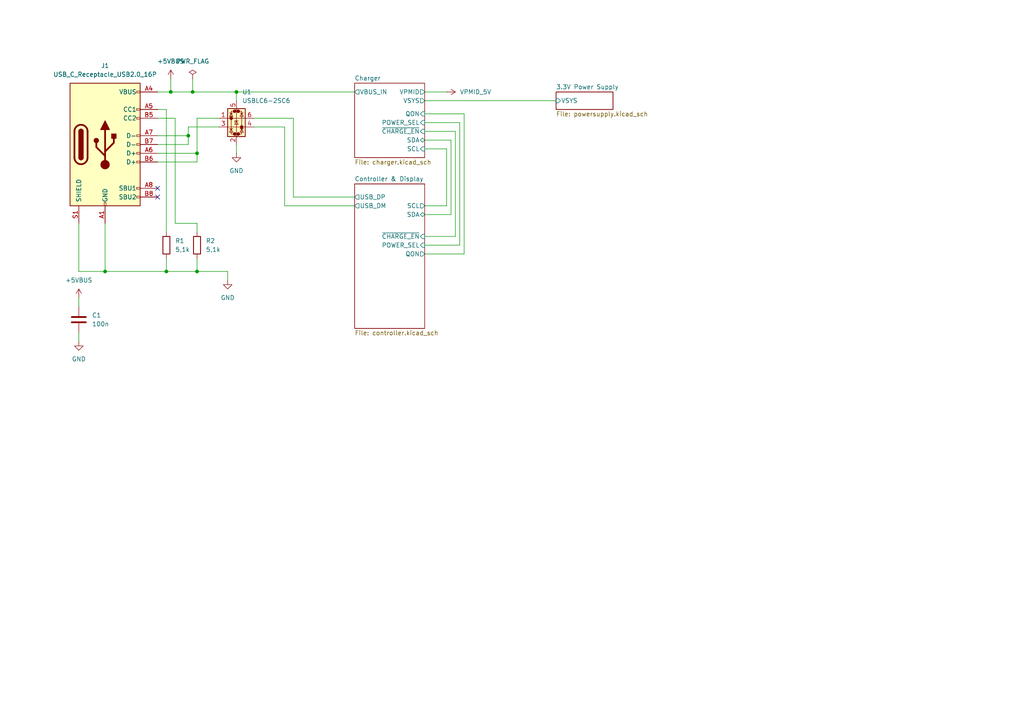
<source format=kicad_sch>
(kicad_sch (version 20231120) (generator "eeschema") (generator_version "8.0")
  (paper "A4")
  (lib_symbols
    (symbol "Connector:USB_C_Receptacle_USB2.0_16P" (pin_names (offset 1.016))
      (property "Reference" "J" (at 0 22.225 0))
      (property "Value" "USB_C_Receptacle_USB2.0_16P" (at 0 19.685 0))
      (symbol "USB_C_Receptacle_USB2.0_16P_0_0"
        (rectangle (start -0.254 -17.78) (end 0.254 -16.764))
        (rectangle (start 10.16 -14.986) (end 9.144 -15.494))
        (rectangle (start 10.16 -12.446) (end 9.144 -12.954))
        (rectangle (start 10.16 -4.826) (end 9.144 -5.334))
        (rectangle (start 10.16 -2.286) (end 9.144 -2.794))
        (rectangle (start 10.16 0.254) (end 9.144 -0.254))
        (rectangle (start 10.16 2.794) (end 9.144 2.286))
        (rectangle (start 10.16 7.874) (end 9.144 7.366))
        (rectangle (start 10.16 10.414) (end 9.144 9.906))
        (rectangle (start 10.16 15.494) (end 9.144 14.986))
      )
      (symbol "USB_C_Receptacle_USB2.0_16P_0_1"
        (rectangle (start -10.16 17.78) (end 10.16 -17.78) (stroke (width 0.254)) (fill (type background)))
        (arc (start -8.89 -3.81) (mid -6.985 -5.7067) (end -5.08 -3.81) (stroke (width 0.508)))
        (arc (start -7.62 -3.81) (mid -6.985 -4.4423) (end -6.35 -3.81) (stroke (width 0.254)))
        (arc (start -7.62 -3.81) (mid -6.985 -4.4423) (end -6.35 -3.81) (stroke (width 0.254)) (fill (type outline)))
        (rectangle (start -7.62 -3.81) (end -6.35 3.81) (stroke (width 0.254)) (fill (type outline)))
        (arc (start -6.35 3.81) (mid -6.985 4.4423) (end -7.62 3.81) (stroke (width 0.254)))
        (arc (start -6.35 3.81) (mid -6.985 4.4423) (end -7.62 3.81) (stroke (width 0.254)) (fill (type outline)))
        (arc (start -5.08 3.81) (mid -6.985 5.7067) (end -8.89 3.81) (stroke (width 0.508)))
        (circle (center -2.54 1.143) (radius 0.635) (stroke (width 0.254)) (fill (type outline)))
        (circle (center 0 -5.842) (radius 1.27) (fill (type outline)))
        (polyline (pts (xy -8.89 -3.81) (xy -8.89 3.81)) (stroke (width 0.508)))
        (polyline (pts (xy -5.08 3.81) (xy -5.08 -3.81)) (stroke (width 0.508)))
        (polyline (pts (xy 0 -5.842) (xy 0 4.318)) (stroke (width 0.508)))
        (polyline (pts (xy 0 -3.302) (xy -2.54 -0.762) (xy -2.54 0.508)) (stroke (width 0.508)))
        (polyline (pts (xy 0 -2.032) (xy 2.54 0.508) (xy 2.54 1.778)) (stroke (width 0.508)))
        (polyline (pts (xy -1.27 4.318) (xy 0 6.858) (xy 1.27 4.318) (xy -1.27 4.318)) (stroke (width 0.254)) (fill (type outline)))
        (rectangle (start 1.905 1.778) (end 3.175 3.048) (stroke (width 0.254)) (fill (type outline)))
      )
      (symbol "USB_C_Receptacle_USB2.0_16P_1_1"
        (pin passive line (at 0 -22.86 90) (length 5.08) (name "GND") (number "A1"))
        (pin passive line (at 0 -22.86 90) (length 5.08) hide (name "GND") (number "A12"))
        (pin passive line (at 15.24 15.24 180) (length 5.08) (name "VBUS") (number "A4"))
        (pin bidirectional line (at 15.24 10.16 180) (length 5.08) (name "CC1") (number "A5"))
        (pin bidirectional line (at 15.24 -2.54 180) (length 5.08) (name "D+") (number "A6"))
        (pin bidirectional line (at 15.24 2.54 180) (length 5.08) (name "D-") (number "A7"))
        (pin bidirectional line (at 15.24 -12.7 180) (length 5.08) (name "SBU1") (number "A8"))
        (pin passive line (at 15.24 15.24 180) (length 5.08) hide (name "VBUS") (number "A9"))
        (pin passive line (at 0 -22.86 90) (length 5.08) hide (name "GND") (number "B1"))
        (pin passive line (at 0 -22.86 90) (length 5.08) hide (name "GND") (number "B12"))
        (pin passive line (at 15.24 15.24 180) (length 5.08) hide (name "VBUS") (number "B4"))
        (pin bidirectional line (at 15.24 7.62 180) (length 5.08) (name "CC2") (number "B5"))
        (pin bidirectional line (at 15.24 -5.08 180) (length 5.08) (name "D+") (number "B6"))
        (pin bidirectional line (at 15.24 0 180) (length 5.08) (name "D-") (number "B7"))
        (pin bidirectional line (at 15.24 -15.24 180) (length 5.08) (name "SBU2") (number "B8"))
        (pin passive line (at 15.24 15.24 180) (length 5.08) hide (name "VBUS") (number "B9"))
        (pin passive line (at -7.62 -22.86 90) (length 5.08) (name "SHIELD") (number "S1"))
      )
    )
    (symbol "Device:C" (pin_numbers hide) (pin_names (offset 0.254))
      (property "Reference" "C" (at 0.635 2.54 0))
      (property "Value" "C" (at 0.635 -2.54 0))
      (symbol "C_0_1"
        (polyline (pts (xy -2.032 -0.762) (xy 2.032 -0.762)) (stroke (width 0.508)))
        (polyline (pts (xy -2.032 0.762) (xy 2.032 0.762)) (stroke (width 0.508)))
      )
      (symbol "C_1_1"
        (pin passive line (at 0 3.81 270) (length 2.794) (name "~") (number "1"))
        (pin passive line (at 0 -3.81 90) (length 2.794) (name "~") (number "2"))
      )
    )
    (symbol "Device:R" (pin_numbers hide) (pin_names (offset 0))
      (property "Reference" "R" (at 2.032 0 90))
      (property "Value" "R" (at 0 0 90))
      (symbol "R_0_1"
        (rectangle (start -1.016 -2.54) (end 1.016 2.54) (stroke (width 0.254)))
      )
      (symbol "R_1_1"
        (pin passive line (at 0 3.81 270) (length 1.27) (name "~") (number "1"))
        (pin passive line (at 0 -3.81 90) (length 1.27) (name "~") (number "2"))
      )
    )
    (symbol "Power_Protection:USBLC6-2SC6" (pin_names hide)
      (property "Reference" "U" (at 0.635 5.715 0))
      (property "Value" "USBLC6-2SC6" (at 0.635 3.81 0))
      (symbol "USBLC6-2SC6_0_0"
        (circle (center -1.524 0) (radius 0.0001) (stroke (width 0.508)))
        (circle (center -0.508 -4.572) (radius 0.0001) (stroke (width 0.508)))
        (circle (center -0.508 2.032) (radius 0.0001) (stroke (width 0.508)))
        (circle (center 0.508 -4.572) (radius 0.0001) (stroke (width 0.508)))
        (circle (center 0.508 2.032) (radius 0.0001) (stroke (width 0.508)))
        (circle (center 1.524 -2.54) (radius 0.0001) (stroke (width 0.508)))
      )
      (symbol "USBLC6-2SC6_0_1"
        (polyline (pts (xy -2.54 -2.54) (xy 2.54 -2.54)))
        (polyline (pts (xy -2.54 0) (xy 2.54 0)))
        (polyline (pts (xy -2.032 -3.048) (xy -1.016 -3.048)))
        (polyline (pts (xy -1.016 1.524) (xy -2.032 1.524)))
        (polyline (pts (xy 1.016 -3.048) (xy 2.032 -3.048)))
        (polyline (pts (xy 1.016 1.524) (xy 2.032 1.524)))
        (polyline (pts (xy -0.508 -1.143) (xy -0.508 -0.762) (xy 0.508 -0.762)))
        (polyline (pts (xy -2.032 0.508) (xy -1.016 0.508) (xy -1.524 1.524) (xy -2.032 0.508)))
        (polyline (pts (xy -1.016 -4.064) (xy -2.032 -4.064) (xy -1.524 -3.048) (xy -1.016 -4.064)))
        (polyline (pts (xy 0.508 -1.778) (xy -0.508 -1.778) (xy 0 -0.762) (xy 0.508 -1.778)))
        (polyline (pts (xy 2.032 -4.064) (xy 1.016 -4.064) (xy 1.524 -3.048) (xy 2.032 -4.064)))
        (polyline (pts (xy 2.032 0.508) (xy 1.016 0.508) (xy 1.524 1.524) (xy 2.032 0.508)))
        (polyline (pts (xy 0 2.54) (xy -0.508 2.032) (xy 0.508 2.032) (xy 0 1.524) (xy 0 -4.064) (xy -0.508 -4.572) (xy 0.508 -4.572) (xy 0 -5.08)))
      )
      (symbol "USBLC6-2SC6_1_1"
        (rectangle (start -2.54 2.794) (end 2.54 -5.334) (stroke (width 0.254)) (fill (type background)))
        (polyline (pts (xy -0.508 2.032) (xy -1.524 2.032) (xy -1.524 -4.572) (xy -0.508 -4.572)))
        (polyline (pts (xy 0.508 -4.572) (xy 1.524 -4.572) (xy 1.524 2.032) (xy 0.508 2.032)))
        (pin passive line (at -5.08 0 0) (length 2.54) (name "I/O1") (number "1"))
        (pin passive line (at 0 -7.62 90) (length 2.54) (name "GND") (number "2"))
        (pin passive line (at -5.08 -2.54 0) (length 2.54) (name "I/O2") (number "3"))
        (pin passive line (at 5.08 -2.54 180) (length 2.54) (name "I/O2") (number "4"))
        (pin passive line (at 0 5.08 270) (length 2.54) (name "VBUS") (number "5"))
        (pin passive line (at 5.08 0 180) (length 2.54) (name "I/O1") (number "6"))
      )
    )
    (symbol "power:+5V" (power) (pin_numbers hide) (pin_names (offset 0) hide)
      (property "Value" "+5V" (at 0 3.556 0))
      (symbol "+5V_0_1"
        (polyline (pts (xy -0.762 1.27) (xy 0 2.54)))
        (polyline (pts (xy 0 0) (xy 0 2.54)))
        (polyline (pts (xy 0 2.54) (xy 0.762 1.27)))
      )
      (symbol "+5V_1_1"
        (pin power_in line (at 0 0 90) (length 0) (name "~") (number "1"))
      )
    )
    (symbol "power:GND" (power) (pin_numbers hide) (pin_names (offset 0) hide)
      (property "Value" "GND" (at 0 -3.81 0))
      (symbol "GND_0_1"
        (polyline (pts (xy 0 0) (xy 0 -1.27) (xy 1.27 -1.27) (xy 0 -2.54) (xy -1.27 -1.27) (xy 0 -1.27)))
      )
      (symbol "GND_1_1"
        (pin power_in line (at 0 0 270) (length 0) (name "~") (number "1"))
      )
    )
    (symbol "power:PWR_FLAG" (power) (pin_numbers hide) (pin_names (offset 0) hide)
      (property "Value" "PWR_FLAG" (at 0 3.81 0))
      (symbol "PWR_FLAG_0_0"
        (pin power_out line (at 0 0 90) (length 0) (name "~") (number "1"))
      )
      (symbol "PWR_FLAG_0_1"
        (polyline (pts (xy 0 0) (xy 0 1.27) (xy -1.016 1.905) (xy 0 2.54) (xy 1.016 1.905) (xy 0 1.27)))
      )
    )
  )
  (junction (at 68.58 26.67))
  (junction (at 54.61 39.37))
  (junction (at 57.15 44.45))
  (junction (at 30.48 78.74))
  (junction (at 57.15 78.74))
  (junction (at 48.26 78.74))
  (junction (at 55.88 26.67))
  (junction (at 49.53 26.67))
  (no_connect (at 45.72 54.61))
  (no_connect (at 45.72 57.15))
  (wire (pts (xy 57.15 44.45) (xy 45.72 44.45)))
  (wire (pts (xy 57.15 74.93) (xy 57.15 78.74)))
  (wire (pts (xy 133.35 71.12) (xy 123.19 71.12)))
  (wire (pts (xy 68.58 41.91) (xy 68.58 44.45)))
  (wire (pts (xy 22.86 86.36) (xy 22.86 88.9)))
  (wire (pts (xy 123.19 38.1) (xy 132.08 38.1)))
  (wire (pts (xy 57.15 34.29) (xy 63.5 34.29)))
  (wire (pts (xy 45.72 41.91) (xy 54.61 41.91)))
  (wire (pts (xy 85.09 57.15) (xy 102.87 57.15)))
  (wire (pts (xy 48.26 74.93) (xy 48.26 78.74)))
  (wire (pts (xy 129.54 59.69) (xy 129.54 43.18)))
  (wire (pts (xy 73.66 36.83) (xy 82.55 36.83)))
  (wire (pts (xy 50.8 64.77) (xy 57.15 64.77)))
  (wire (pts (xy 45.72 26.67) (xy 49.53 26.67)))
  (wire (pts (xy 22.86 96.52) (xy 22.86 99.06)))
  (wire (pts (xy 123.19 29.21) (xy 161.29 29.21)))
  (wire (pts (xy 30.48 64.77) (xy 30.48 78.74)))
  (wire (pts (xy 123.19 59.69) (xy 129.54 59.69)))
  (wire (pts (xy 102.87 26.67) (xy 68.58 26.67)))
  (wire (pts (xy 22.86 64.77) (xy 22.86 78.74)))
  (wire (pts (xy 68.58 26.67) (xy 68.58 29.21)))
  (wire (pts (xy 134.62 73.66) (xy 123.19 73.66)))
  (wire (pts (xy 22.86 78.74) (xy 30.48 78.74)))
  (wire (pts (xy 54.61 36.83) (xy 63.5 36.83)))
  (wire (pts (xy 130.81 40.64) (xy 123.19 40.64)))
  (wire (pts (xy 45.72 39.37) (xy 54.61 39.37)))
  (wire (pts (xy 123.19 62.23) (xy 130.81 62.23)))
  (wire (pts (xy 129.54 43.18) (xy 123.19 43.18)))
  (wire (pts (xy 45.72 46.99) (xy 57.15 46.99)))
  (wire (pts (xy 134.62 33.02) (xy 134.62 73.66)))
  (wire (pts (xy 54.61 41.91) (xy 54.61 39.37)))
  (wire (pts (xy 66.04 78.74) (xy 66.04 81.28)))
  (wire (pts (xy 57.15 34.29) (xy 57.15 44.45)))
  (wire (pts (xy 82.55 59.69) (xy 102.87 59.69)))
  (wire (pts (xy 50.8 34.29) (xy 50.8 64.77)))
  (wire (pts (xy 82.55 36.83) (xy 82.55 59.69)))
  (wire (pts (xy 132.08 68.58) (xy 123.19 68.58)))
  (wire (pts (xy 49.53 26.67) (xy 55.88 26.67)))
  (wire (pts (xy 123.19 35.56) (xy 133.35 35.56)))
  (wire (pts (xy 130.81 62.23) (xy 130.81 40.64)))
  (wire (pts (xy 49.53 22.86) (xy 49.53 26.67)))
  (wire (pts (xy 73.66 34.29) (xy 85.09 34.29)))
  (wire (pts (xy 30.48 78.74) (xy 48.26 78.74)))
  (wire (pts (xy 54.61 39.37) (xy 54.61 36.83)))
  (wire (pts (xy 55.88 26.67) (xy 68.58 26.67)))
  (wire (pts (xy 45.72 34.29) (xy 50.8 34.29)))
  (wire (pts (xy 48.26 78.74) (xy 57.15 78.74)))
  (wire (pts (xy 48.26 31.75) (xy 48.26 67.31)))
  (wire (pts (xy 85.09 34.29) (xy 85.09 57.15)))
  (wire (pts (xy 123.19 26.67) (xy 129.54 26.67)))
  (wire (pts (xy 133.35 35.56) (xy 133.35 71.12)))
  (wire (pts (xy 57.15 78.74) (xy 66.04 78.74)))
  (wire (pts (xy 132.08 38.1) (xy 132.08 68.58)))
  (wire (pts (xy 57.15 46.99) (xy 57.15 44.45)))
  (wire (pts (xy 55.88 22.86) (xy 55.88 26.67)))
  (wire (pts (xy 123.19 33.02) (xy 134.62 33.02)))
  (wire (pts (xy 57.15 64.77) (xy 57.15 67.31)))
  (wire (pts (xy 48.26 31.75) (xy 45.72 31.75)))
  (symbol (lib_id "Connector:USB_C_Receptacle_USB2.0_16P") (at 30.48 41.91 0) (unit 1)
    (property "Reference" "J1" (at 30.48 19.05 0))
    (property "Value" "USB_C_Receptacle_USB2.0_16P" (at 30.48 21.59 0))
    (property "Footprint" "USB-C-Power:TYPE-C-31-M-14" (effects (hide yes)))
    (property "Datasheet" "https://www.usb.org/sites/default/files/documents/usb_type-c.zip" (effects (hide yes)))
    (property "Description" "USB 2.0-only 16P Type-C Receptacle connector" (effects (hide yes)))
  )
  (symbol (lib_id "power:GND") (at 68.58 44.45 0) (unit 1)
    (property "Reference" "#PWR03" (effects (hide yes)))
    (property "Value" "GND" (at 68.58 49.53 0))
    (property "Description" "Power symbol creates a global label with name \"GND\" , ground" (effects (hide yes)))
  )
  (symbol (lib_id "power:GND") (at 66.04 81.28 0) (unit 1)
    (property "Reference" "#PWR04" (effects (hide yes)))
    (property "Value" "GND" (at 66.04 86.36 0))
    (property "Description" "Power symbol creates a global label with name \"GND\" , ground" (effects (hide yes)))
  )
  (symbol (lib_id "Power_Protection:USBLC6-2SC6") (at 68.58 34.29 0) (unit 1)
    (property "Reference" "U1" (at 70.2311 26.67 0) (effects (justify left)))
    (property "Value" "USBLC6-2SC6" (at 70.2311 29.21 0) (effects (justify left)))
    (property "Footprint" "Package_TO_SOT_SMD:SOT-23-6" (effects (hide yes)))
    (property "Datasheet" "https://www.st.com/resource/en/datasheet/usblc6-2.pdf" (effects (hide yes)))
    (property "Description" "Very low capacitance ESD protection diode, 2 data-line, SOT-23-6" (effects (hide yes)))
  )
  (symbol (lib_id "power:+5V") (at 49.53 22.86 0) (unit 1)
    (property "Reference" "#PWR01" (effects (hide yes)))
    (property "Value" "+5VBUS" (at 49.53 17.78 0))
    (property "Description" "Power symbol creates a global label with name \"+5V\"" (effects (hide yes)))
  )
  (symbol (lib_id "power:PWR_FLAG") (at 55.88 22.86 0) (unit 1)
    (property "Reference" "#FLG03" (effects (hide yes)))
    (property "Value" "PWR_FLAG" (at 55.88 17.78 0))
    (property "Description" "Special symbol for telling ERC where power comes from" (effects (hide yes)))
  )
  (symbol (lib_id "Device:R") (at 57.15 71.12 180) (unit 1)
    (property "Reference" "R2" (at 59.69 69.8499 0) (effects (justify right)))
    (property "Value" "5,1k" (at 59.69 72.3899 0) (effects (justify right)))
    (property "Footprint" "Resistor_SMD:R_0603_1608Metric" (effects (hide yes)))
    (property "Description" "Resistor" (effects (hide yes)))
  )
  (symbol (lib_id "Device:C") (at 22.86 92.71 0) (unit 1)
    (property "Reference" "C1" (at 26.67 91.4399 0) (effects (justify left)))
    (property "Value" "100n" (at 26.67 93.9799 0) (effects (justify left)))
    (property "Footprint" "Capacitor_SMD:C_0603_1608Metric" (effects (hide yes)))
    (property "Description" "Unpolarized capacitor" (effects (hide yes)))
    (property "Voltage" "5V" (effects (hide yes)))
  )
  (symbol (lib_id "Device:R") (at 48.26 71.12 180) (unit 1)
    (property "Reference" "R1" (at 50.8 69.8499 0) (effects (justify right)))
    (property "Value" "5,1k" (at 50.8 72.3899 0) (effects (justify right)))
    (property "Footprint" "Resistor_SMD:R_0603_1608Metric" (effects (hide yes)))
    (property "Description" "Resistor" (effects (hide yes)))
  )
  (symbol (lib_id "power:+5V") (at 129.54 26.67 270) (unit 1)
    (property "Reference" "#PWR02" (effects (hide yes)))
    (property "Value" "VPMID_5V" (at 133.35 26.6699 90) (effects (justify left)))
    (property "Description" "Power symbol creates a global label with name \"+5V\"" (effects (hide yes)))
  )
  (symbol (lib_id "power:GND") (at 22.86 99.06 0) (unit 1)
    (property "Reference" "#PWR06" (effects (hide yes)))
    (property "Value" "GND" (at 22.86 104.14 0))
    (property "Description" "Power symbol creates a global label with name \"GND\" , ground" (effects (hide yes)))
  )
  (symbol (lib_id "power:+5V") (at 22.86 86.36 0) (unit 1)
    (property "Reference" "#PWR05" (effects (hide yes)))
    (property "Value" "+5VBUS" (at 22.86 81.28 0))
    (property "Description" "Power symbol creates a global label with name \"+5V\"" (effects (hide yes)))
  )
  (sheet (at 161.29 26.67) (size 16.51 5.08) (stroke (width 0.1524))
    (property "Sheetname" "3.3V Power Supply" (at 161.29 25.9584 0) (effects (justify left bottom)))
    (property "Sheetfile" "powersupply.kicad_sch" (at 161.29 32.3346 0) (effects (justify left top)))
    (pin "VSYS" input (at 161.29 29.21 180))
  )
  (sheet (at 102.87 24.13) (size 20.32 21.59) (stroke (width 0.1524))
    (property "Sheetname" "Charger" (at 102.87 23.4184 0) (effects (justify left bottom)))
    (property "Sheetfile" "charger.kicad_sch" (at 102.87 46.3046 0) (effects (justify left top)))
    (pin "VSYS" output (at 123.19 29.21 0))
    (pin "VPMID" output (at 123.19 26.67 0))
    (pin "QON" input (at 123.19 33.02 0))
    (pin "POWER_SEL" input (at 123.19 35.56 0))
    (pin "VBUS_IN" output (at 102.87 26.67 180))
    (pin "SDA" bidirectional (at 123.19 40.64 0))
    (pin "~{CHARGE_EN}" input (at 123.19 38.1 0))
    (pin "SCL" input (at 123.19 43.18 0))
  )
  (sheet (at 102.87 53.34) (size 20.32 41.91) (stroke (width 0.1524))
    (property "Sheetname" "Controller & Display" (at 102.87 52.6284 0) (effects (justify left bottom)))
    (property "Sheetfile" "controller.kicad_sch" (at 102.87 95.8346 0) (effects (justify left top)))
    (pin "USB_DP" output (at 102.87 57.15 180))
    (pin "USB_DM" output (at 102.87 59.69 180))
    (pin "SCL" output (at 123.19 59.69 0))
    (pin "SDA" bidirectional (at 123.19 62.23 0))
    (pin "QON" output (at 123.19 73.66 0))
    (pin "~{CHARGE_EN}" input (at 123.19 68.58 0))
    (pin "POWER_SEL" input (at 123.19 71.12 0))
  )
)
</source>
